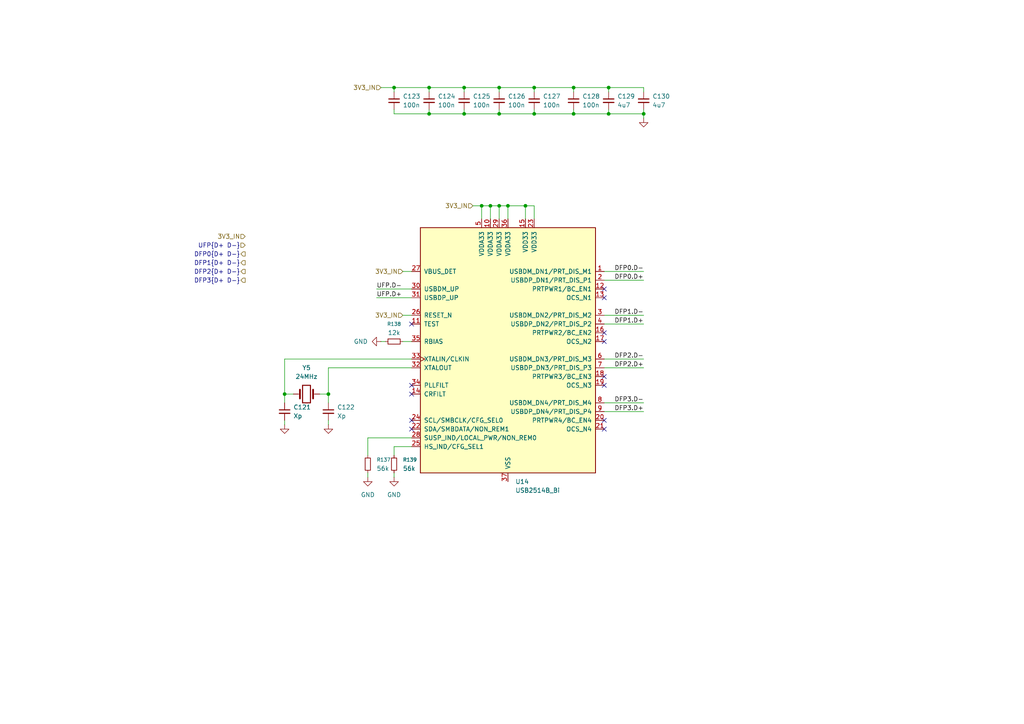
<source format=kicad_sch>
(kicad_sch (version 20250114) (generator "eeschema") (generator_version "9.0")
  (paper "A4")
  (lib_symbols
    (symbol "Device:C_Small" (pin_numbers (hide yes)) (pin_names (offset 0.254) (hide yes))
      (property "Reference" "C" (at 0.254 1.778 0))
      (property "Value" "C_Small" (at 0.254 -2.032 0))
      (symbol "C_Small_0_1"
        (polyline (pts (xy -1.524 0.508) (xy 1.524 0.508)) (stroke (width 0.3048)))
        (polyline (pts (xy -1.524 -0.508) (xy 1.524 -0.508)) (stroke (width 0.3302)))
      )
      (symbol "C_Small_1_1"
        (pin passive line (at 0 2.54 270) (length 2.032) (name "~") (number "1"))
        (pin passive line (at 0 -2.54 90) (length 2.032) (name "~") (number "2"))
      )
    )
    (symbol "Device:Crystal" (pin_numbers (hide yes)) (pin_names (offset 1.016) (hide yes))
      (property "Reference" "Y" (at 0 3.81 0))
      (property "Value" "Crystal" (at 0 -3.81 0))
      (symbol "Crystal_0_1"
        (polyline (pts (xy -2.54 0) (xy -1.905 0)))
        (polyline (pts (xy -1.905 -1.27) (xy -1.905 1.27)) (stroke (width 0.508)))
        (rectangle (start -1.143 2.54) (end 1.143 -2.54) (stroke (width 0.3048)))
        (polyline (pts (xy 1.905 -1.27) (xy 1.905 1.27)) (stroke (width 0.508)))
        (polyline (pts (xy 2.54 0) (xy 1.905 0)))
      )
      (symbol "Crystal_1_1"
        (pin passive line (at -3.81 0 0) (length 1.27) (name "1") (number "1"))
        (pin passive line (at 3.81 0 180) (length 1.27) (name "2") (number "2"))
      )
    )
    (symbol "Device:R_Small" (pin_numbers (hide yes)) (pin_names (offset 0.254) (hide yes))
      (property "Reference" "R" (at 0 0 90))
      (property "Value" "R_Small" (at 1.778 0 90))
      (symbol "R_Small_0_1"
        (rectangle (start -0.762 1.778) (end 0.762 -1.778) (stroke (width 0.2032)))
      )
      (symbol "R_Small_1_1"
        (pin passive line (at 0 2.54 270) (length 0.762) (name "~") (number "1"))
        (pin passive line (at 0 -2.54 90) (length 0.762) (name "~") (number "2"))
      )
    )
    (symbol "Interface_USB:USB2514B_Bi" (pin_names (offset 1.016))
      (property "Reference" "U" (at -17.78 40.64 0))
      (property "Value" "USB2514B_Bi" (at -20.32 38.1 0))
      (symbol "USB2514B_Bi_0_1"
        (rectangle (start -25.4 35.56) (end 25.4 -35.56) (stroke (width 0.254)) (fill (type background)))
      )
      (symbol "USB2514B_Bi_1_1"
        (pin input line (at -27.94 22.86 0) (length 2.54) (name "VBUS_DET") (number "27"))
        (pin bidirectional line (at -27.94 17.78 0) (length 2.54) (name "USBDM_UP") (number "30"))
        (pin bidirectional line (at -27.94 15.24 0) (length 2.54) (name "USBDP_UP") (number "31"))
        (pin input line (at -27.94 10.16 0) (length 2.54) (name "RESET_N") (number "26"))
        (pin input line (at -27.94 7.62 0) (length 2.54) (name "TEST") (number "11"))
        (pin input line (at -27.94 2.54 0) (length 2.54) (name "RBIAS") (number "35"))
        (pin input clock (at -27.94 -2.54 0) (length 2.54) (name "XTALIN/CLKIN") (number "33"))
        (pin output line (at -27.94 -5.08 0) (length 2.54) (name "XTALOUT") (number "32"))
        (pin input line (at -27.94 -10.16 0) (length 2.54) (name "PLLFILT") (number "34"))
        (pin input line (at -27.94 -12.7 0) (length 2.54) (name "CRFILT") (number "14"))
        (pin bidirectional line (at -27.94 -20.32 0) (length 2.54) (name "SCL/SMBCLK/CFG_SEL0") (number "24"))
        (pin bidirectional line (at -27.94 -22.86 0) (length 2.54) (name "SDA/SMBDATA/NON_REM1") (number "22"))
        (pin bidirectional line (at -27.94 -25.4 0) (length 2.54) (name "SUSP_IND/LOCAL_PWR/NON_REM0") (number "28"))
        (pin bidirectional line (at -27.94 -27.94 0) (length 2.54) (name "HS_IND/CFG_SEL1") (number "25"))
        (pin power_in line (at -7.62 38.1 270) (length 2.54) (name "VDDA33") (number "5"))
        (pin power_in line (at -5.08 38.1 270) (length 2.54) (name "VDDA33") (number "10"))
        (pin power_in line (at -2.54 38.1 270) (length 2.54) (name "VDDA33") (number "29"))
        (pin power_in line (at 0 38.1 270) (length 2.54) (name "VDDA33") (number "36"))
        (pin power_in line (at 0 -38.1 90) (length 2.54) (name "VSS") (number "37"))
        (pin power_in line (at 5.08 38.1 270) (length 2.54) (name "VDD33") (number "15"))
        (pin power_in line (at 7.62 38.1 270) (length 2.54) (name "VDD33") (number "23"))
        (pin bidirectional line (at 27.94 22.86 180) (length 2.54) (name "USBDM_DN1/PRT_DIS_M1") (number "1"))
        (pin bidirectional line (at 27.94 20.32 180) (length 2.54) (name "USBDP_DN1/PRT_DIS_P1") (number "2"))
        (pin bidirectional line (at 27.94 17.78 180) (length 2.54) (name "PRTPWR1/BC_EN1") (number "12"))
        (pin input line (at 27.94 15.24 180) (length 2.54) (name "OCS_N1") (number "13"))
        (pin bidirectional line (at 27.94 10.16 180) (length 2.54) (name "USBDM_DN2/PRT_DIS_M2") (number "3"))
        (pin bidirectional line (at 27.94 7.62 180) (length 2.54) (name "USBDP_DN2/PRT_DIS_P2") (number "4"))
        (pin bidirectional line (at 27.94 5.08 180) (length 2.54) (name "PRTPWR2/BC_EN2") (number "16"))
        (pin input line (at 27.94 2.54 180) (length 2.54) (name "OCS_N2") (number "17"))
        (pin bidirectional line (at 27.94 -2.54 180) (length 2.54) (name "USBDM_DN3/PRT_DIS_M3") (number "6"))
        (pin bidirectional line (at 27.94 -5.08 180) (length 2.54) (name "USBDP_DN3/PRT_DIS_P3") (number "7"))
        (pin bidirectional line (at 27.94 -7.62 180) (length 2.54) (name "PRTPWR3/BC_EN3") (number "18"))
        (pin input line (at 27.94 -10.16 180) (length 2.54) (name "OCS_N3") (number "19"))
        (pin bidirectional line (at 27.94 -15.24 180) (length 2.54) (name "USBDM_DN4/PRT_DIS_M4") (number "8"))
        (pin bidirectional line (at 27.94 -17.78 180) (length 2.54) (name "USBDP_DN4/PRT_DIS_P4") (number "9"))
        (pin bidirectional line (at 27.94 -20.32 180) (length 2.54) (name "PRTPWR4/BC_EN4") (number "20"))
        (pin input line (at 27.94 -22.86 180) (length 2.54) (name "OCS_N4") (number "21"))
      )
    )
    (symbol "power:GND" (power) (pin_numbers (hide yes)) (pin_names (offset 0) (hide yes))
      (property "Value" "GND" (at 0 -3.81 0))
      (symbol "GND_0_1"
        (polyline (pts (xy 0 0) (xy 0 -1.27) (xy 1.27 -1.27) (xy 0 -2.54) (xy -1.27 -1.27) (xy 0 -1.27)))
      )
      (symbol "GND_1_1"
        (pin power_in line (at 0 0 270) (length 0) (name "~") (number "1"))
      )
    )
  )
  (junction (at 144.78 59.69))
  (junction (at 95.25 114.3))
  (junction (at 166.37 33.02))
  (junction (at 142.24 59.69))
  (junction (at 176.53 33.02))
  (junction (at 166.37 25.4))
  (junction (at 186.69 33.02))
  (junction (at 124.46 25.4))
  (junction (at 114.3 25.4))
  (junction (at 139.7 59.69))
  (junction (at 144.78 33.02))
  (junction (at 152.4 59.69))
  (junction (at 176.53 25.4))
  (junction (at 144.78 25.4))
  (junction (at 154.94 33.02))
  (junction (at 134.62 25.4))
  (junction (at 147.32 59.69))
  (junction (at 134.62 33.02))
  (junction (at 154.94 25.4))
  (junction (at 82.55 114.3))
  (junction (at 124.46 33.02))
  (no_connect (at 175.26 109.22))
  (no_connect (at 119.38 124.46))
  (no_connect (at 175.26 83.82))
  (no_connect (at 175.26 124.46))
  (no_connect (at 175.26 99.06))
  (no_connect (at 175.26 86.36))
  (no_connect (at 175.26 96.52))
  (no_connect (at 119.38 93.98))
  (no_connect (at 119.38 111.76))
  (no_connect (at 119.38 121.92))
  (no_connect (at 119.38 114.3))
  (no_connect (at 175.26 121.92))
  (no_connect (at 175.26 111.76))
  (wire (pts (xy 144.78 25.4) (xy 154.94 25.4)))
  (wire (pts (xy 166.37 31.75) (xy 166.37 33.02)))
  (wire (pts (xy 114.3 26.67) (xy 114.3 25.4)))
  (wire (pts (xy 109.22 86.36) (xy 119.38 86.36)))
  (wire (pts (xy 142.24 59.69) (xy 142.24 63.5)))
  (wire (pts (xy 116.84 91.44) (xy 119.38 91.44)))
  (wire (pts (xy 111.76 99.06) (xy 110.49 99.06)))
  (wire (pts (xy 116.84 78.74) (xy 119.38 78.74)))
  (wire (pts (xy 114.3 25.4) (xy 124.46 25.4)))
  (wire (pts (xy 186.69 91.44) (xy 175.26 91.44)))
  (wire (pts (xy 82.55 114.3) (xy 85.09 114.3)))
  (wire (pts (xy 124.46 33.02) (xy 134.62 33.02)))
  (wire (pts (xy 144.78 33.02) (xy 154.94 33.02)))
  (wire (pts (xy 106.68 137.16) (xy 106.68 138.43)))
  (wire (pts (xy 186.69 104.14) (xy 175.26 104.14)))
  (wire (pts (xy 147.32 59.69) (xy 147.32 63.5)))
  (wire (pts (xy 95.25 106.68) (xy 95.25 114.3)))
  (wire (pts (xy 186.69 93.98) (xy 175.26 93.98)))
  (wire (pts (xy 144.78 59.69) (xy 144.78 63.5)))
  (wire (pts (xy 134.62 26.67) (xy 134.62 25.4)))
  (wire (pts (xy 95.25 116.84) (xy 95.25 114.3)))
  (wire (pts (xy 142.24 59.69) (xy 139.7 59.69)))
  (wire (pts (xy 186.69 116.84) (xy 175.26 116.84)))
  (wire (pts (xy 119.38 129.54) (xy 114.3 129.54)))
  (wire (pts (xy 114.3 33.02) (xy 124.46 33.02)))
  (wire (pts (xy 114.3 137.16) (xy 114.3 138.43)))
  (wire (pts (xy 186.69 106.68) (xy 175.26 106.68)))
  (wire (pts (xy 137.16 59.69) (xy 139.7 59.69)))
  (wire (pts (xy 124.46 31.75) (xy 124.46 33.02)))
  (wire (pts (xy 124.46 26.67) (xy 124.46 25.4)))
  (wire (pts (xy 186.69 119.38) (xy 175.26 119.38)))
  (wire (pts (xy 154.94 26.67) (xy 154.94 25.4)))
  (wire (pts (xy 106.68 127) (xy 119.38 127)))
  (wire (pts (xy 139.7 59.69) (xy 139.7 63.5)))
  (wire (pts (xy 110.49 25.4) (xy 114.3 25.4)))
  (wire (pts (xy 166.37 33.02) (xy 176.53 33.02)))
  (wire (pts (xy 147.32 59.69) (xy 152.4 59.69)))
  (wire (pts (xy 152.4 59.69) (xy 154.94 59.69)))
  (wire (pts (xy 152.4 63.5) (xy 152.4 59.69)))
  (wire (pts (xy 186.69 33.02) (xy 186.69 34.29)))
  (wire (pts (xy 106.68 132.08) (xy 106.68 127)))
  (wire (pts (xy 134.62 31.75) (xy 134.62 33.02)))
  (wire (pts (xy 114.3 31.75) (xy 114.3 33.02)))
  (wire (pts (xy 82.55 104.14) (xy 82.55 114.3)))
  (wire (pts (xy 134.62 33.02) (xy 144.78 33.02)))
  (wire (pts (xy 95.25 121.92) (xy 95.25 123.19)))
  (wire (pts (xy 124.46 25.4) (xy 134.62 25.4)))
  (wire (pts (xy 154.94 33.02) (xy 166.37 33.02)))
  (wire (pts (xy 92.71 114.3) (xy 95.25 114.3)))
  (wire (pts (xy 186.69 26.67) (xy 186.69 25.4)))
  (wire (pts (xy 154.94 63.5) (xy 154.94 59.69)))
  (wire (pts (xy 186.69 81.28) (xy 175.26 81.28)))
  (wire (pts (xy 144.78 26.67) (xy 144.78 25.4)))
  (wire (pts (xy 144.78 59.69) (xy 142.24 59.69)))
  (wire (pts (xy 176.53 25.4) (xy 166.37 25.4)))
  (wire (pts (xy 176.53 25.4) (xy 186.69 25.4)))
  (wire (pts (xy 144.78 31.75) (xy 144.78 33.02)))
  (wire (pts (xy 114.3 129.54) (xy 114.3 132.08)))
  (wire (pts (xy 119.38 106.68) (xy 95.25 106.68)))
  (wire (pts (xy 154.94 25.4) (xy 166.37 25.4)))
  (wire (pts (xy 134.62 25.4) (xy 144.78 25.4)))
  (wire (pts (xy 186.69 33.02) (xy 176.53 33.02)))
  (wire (pts (xy 176.53 26.67) (xy 176.53 25.4)))
  (wire (pts (xy 116.84 99.06) (xy 119.38 99.06)))
  (wire (pts (xy 176.53 31.75) (xy 176.53 33.02)))
  (wire (pts (xy 186.69 78.74) (xy 175.26 78.74)))
  (wire (pts (xy 166.37 26.67) (xy 166.37 25.4)))
  (wire (pts (xy 154.94 31.75) (xy 154.94 33.02)))
  (wire (pts (xy 82.55 121.92) (xy 82.55 123.19)))
  (wire (pts (xy 82.55 114.3) (xy 82.55 116.84)))
  (wire (pts (xy 186.69 31.75) (xy 186.69 33.02)))
  (wire (pts (xy 109.22 83.82) (xy 119.38 83.82)))
  (wire (pts (xy 147.32 59.69) (xy 144.78 59.69)))
  (wire (pts (xy 119.38 104.14) (xy 82.55 104.14)))
  (label "DFP3.D+" (at 186.69 119.38 180))
  (label "UFP.D-" (at 109.22 83.82 0))
  (label "DFP0.D+" (at 186.69 81.28 180))
  (label "DFP1.D-" (at 186.69 91.44 180))
  (label "DFP2.D+" (at 186.69 106.68 180))
  (label "DFP3.D-" (at 186.69 116.84 180))
  (label "DFP0.D-" (at 186.69 78.74 180))
  (label "UFP.D+" (at 109.22 86.36 0))
  (label "DFP2.D-" (at 186.69 104.14 180))
  (label "DFP1.D+" (at 186.69 93.98 180))
  (hierarchical_label "3V3_IN" (shape input) (at 116.84 78.74 180))
  (hierarchical_label "3V3_IN" (shape input) (at 137.16 59.69 180))
  (hierarchical_label "3V3_IN" (shape input) (at 116.84 91.44 180))
  (hierarchical_label "DFP2{D+ D-}" (shape output) (at 71.12 78.74 180))
  (hierarchical_label "3V3_IN" (shape input) (at 110.49 25.4 180))
  (hierarchical_label "DFP3{D+ D-}" (shape output) (at 71.12 81.28 180))
  (hierarchical_label "3V3_IN" (shape input) (at 71.12 68.58 180))
  (hierarchical_label "DFP0{D+ D-}" (shape output) (at 71.12 73.66 180))
  (hierarchical_label "UFP{D+ D-}" (shape input) (at 71.12 71.12 180))
  (hierarchical_label "DFP1{D+ D-}" (shape output) (at 71.12 76.2 180))
  (symbol (lib_id "power:GND") (at 82.55 123.19 0) (unit 1)
    (property "Reference" "#PWR0221" (effects (hide yes)))
    (property "Value" "GND" (effects (hide yes)))
    (property "Description" "Power symbol creates a global label with name \"GND\" , ground" (effects (hide yes)))
  )
  (symbol (lib_id "power:GND") (at 106.68 138.43 0) (unit 1)
    (property "Reference" "#PWR0223" (effects (hide yes)))
    (property "Value" "GND" (at 106.68 143.51 0))
    (property "Description" "Power symbol creates a global label with name \"GND\" , ground" (effects (hide yes)))
  )
  (symbol (lib_id "Device:C_Small") (at 154.94 29.21 0) (unit 1)
    (property "Reference" "C127" (at 157.48 27.9462 0) (effects (justify left)))
    (property "Value" "100n" (at 157.48 30.4862 0) (effects (justify left)))
    (property "Footprint" "Capacitor_SMD:C_0402_1005Metric" (effects (hide yes)))
    (property "Description" "Unpolarized capacitor, small symbol" (effects (hide yes)))
  )
  (symbol (lib_id "Device:C_Small") (at 144.78 29.21 0) (unit 1)
    (property "Reference" "C126" (at 147.32 27.9462 0) (effects (justify left)))
    (property "Value" "100n" (at 147.32 30.4862 0) (effects (justify left)))
    (property "Footprint" "Capacitor_SMD:C_0402_1005Metric" (effects (hide yes)))
    (property "Description" "Unpolarized capacitor, small symbol" (effects (hide yes)))
  )
  (symbol (lib_id "Device:C_Small") (at 95.25 119.38 0) (unit 1)
    (property "Reference" "C122" (at 97.79 118.1162 0) (effects (justify left)))
    (property "Value" "Xp" (at 97.79 120.6562 0) (effects (justify left)))
    (property "Footprint" "Capacitor_SMD:C_0402_1005Metric" (effects (hide yes)))
    (property "Description" "Unpolarized capacitor, small symbol" (effects (hide yes)))
  )
  (symbol (lib_id "Device:Crystal") (at 88.9 114.3 0) (unit 1)
    (property "Reference" "Y5" (at 88.9 106.68 0))
    (property "Value" "24MHz" (at 88.9 109.22 0))
    (property "Footprint" "Crystal:Crystal_SMD_5032-2Pin_5.0x3.2mm" (effects (hide yes)))
    (property "Description" "Two pin crystal" (effects (hide yes)))
  )
  (symbol (lib_id "Device:C_Small") (at 124.46 29.21 0) (unit 1)
    (property "Reference" "C124" (at 127 27.9462 0) (effects (justify left)))
    (property "Value" "100n" (at 127 30.4862 0) (effects (justify left)))
    (property "Footprint" "Capacitor_SMD:C_0402_1005Metric" (effects (hide yes)))
    (property "Description" "Unpolarized capacitor, small symbol" (effects (hide yes)))
  )
  (symbol (lib_id "power:GND") (at 186.69 34.29 0) (unit 1)
    (property "Reference" "#PWR0226" (effects (hide yes)))
    (property "Value" "GND" (effects (hide yes)))
    (property "Description" "Power symbol creates a global label with name \"GND\" , ground" (effects (hide yes)))
  )
  (symbol (lib_id "Device:C_Small") (at 82.55 119.38 0) (unit 1)
    (property "Reference" "C121" (at 85.09 118.1162 0) (effects (justify left)))
    (property "Value" "Xp" (at 85.09 120.6562 0) (effects (justify left)))
    (property "Footprint" "Capacitor_SMD:C_0402_1005Metric" (effects (hide yes)))
    (property "Description" "Unpolarized capacitor, small symbol" (effects (hide yes)))
  )
  (symbol (lib_id "Device:C_Small") (at 134.62 29.21 0) (unit 1)
    (property "Reference" "C125" (at 137.16 27.9462 0) (effects (justify left)))
    (property "Value" "100n" (at 137.16 30.4862 0) (effects (justify left)))
    (property "Footprint" "Capacitor_SMD:C_0402_1005Metric" (effects (hide yes)))
    (property "Description" "Unpolarized capacitor, small symbol" (effects (hide yes)))
  )
  (symbol (lib_id "power:GND") (at 114.3 138.43 0) (unit 1)
    (property "Reference" "#PWR0225" (effects (hide yes)))
    (property "Value" "GND" (at 114.3 143.51 0))
    (property "Description" "Power symbol creates a global label with name \"GND\" , ground" (effects (hide yes)))
  )
  (symbol (lib_id "Device:R_Small") (at 114.3 99.06 90) (unit 1)
    (property "Reference" "R138" (at 114.3 93.98 90) (effects (font (size 1.016 1.016))))
    (property "Value" "12k" (at 114.3 96.52 90))
    (property "Footprint" "Resistor_SMD:R_0402_1005Metric" (effects (hide yes)))
    (property "Description" "Resistor, small symbol" (effects (hide yes)))
  )
  (symbol (lib_id "Interface_USB:USB2514B_Bi") (at 147.32 101.6 0) (unit 1)
    (property "Reference" "U14" (at 149.4633 139.7 0) (effects (justify left)))
    (property "Value" "USB2514B_Bi" (at 149.4633 142.24 0) (effects (justify left)))
    (property "Footprint" "Package_DFN_QFN:QFN-36-1EP_6x6mm_P0.5mm_EP3.7x3.7mm" (effects (hide yes)))
    (property "Datasheet" "http://ww1.microchip.com/downloads/en/DeviceDoc/00001692C.pdf" (effects (hide yes)))
    (property "Description" "USB 2.0 Hi-Speed Hub Controller" (effects (hide yes)))
  )
  (symbol (lib_id "Device:C_Small") (at 114.3 29.21 0) (unit 1)
    (property "Reference" "C123" (at 116.84 27.9462 0) (effects (justify left)))
    (property "Value" "100n" (at 116.84 30.4862 0) (effects (justify left)))
    (property "Footprint" "Capacitor_SMD:C_0402_1005Metric" (effects (hide yes)))
    (property "Description" "Unpolarized capacitor, small symbol" (effects (hide yes)))
  )
  (symbol (lib_id "Device:C_Small") (at 166.37 29.21 0) (unit 1)
    (property "Reference" "C128" (at 168.91 27.9462 0) (effects (justify left)))
    (property "Value" "100n" (at 168.91 30.4862 0) (effects (justify left)))
    (property "Footprint" "Capacitor_SMD:C_0402_1005Metric" (effects (hide yes)))
    (property "Description" "Unpolarized capacitor, small symbol" (effects (hide yes)))
  )
  (symbol (lib_id "power:GND") (at 95.25 123.19 0) (unit 1)
    (property "Reference" "#PWR0222" (effects (hide yes)))
    (property "Value" "GND" (effects (hide yes)))
    (property "Description" "Power symbol creates a global label with name \"GND\" , ground" (effects (hide yes)))
  )
  (symbol (lib_id "Device:R_Small") (at 114.3 134.62 180) (unit 1)
    (property "Reference" "R139" (at 116.84 133.3499 0) (effects (font (size 1.016 1.016)) (justify right)))
    (property "Value" "56k" (at 116.84 135.8899 0) (effects (justify right)))
    (property "Footprint" "Resistor_SMD:R_0402_1005Metric" (effects (hide yes)))
    (property "Description" "Resistor, small symbol" (effects (hide yes)))
  )
  (symbol (lib_id "Device:C_Small") (at 186.69 29.21 0) (unit 1)
    (property "Reference" "C130" (at 189.23 27.9462 0) (effects (justify left)))
    (property "Value" "4u7" (at 189.23 30.4862 0) (effects (justify left)))
    (property "Footprint" "Capacitor_SMD:C_0402_1005Metric" (effects (hide yes)))
    (property "Description" "Unpolarized capacitor, small symbol" (effects (hide yes)))
  )
  (symbol (lib_id "power:GND") (at 110.49 99.06 270) (unit 1)
    (property "Reference" "#PWR0224" (effects (hide yes)))
    (property "Value" "GND" (at 106.68 99.0599 90) (effects (justify right)))
    (property "Description" "Power symbol creates a global label with name \"GND\" , ground" (effects (hide yes)))
  )
  (symbol (lib_id "Device:R_Small") (at 106.68 134.62 180) (unit 1)
    (property "Reference" "R137" (at 109.22 133.3499 0) (effects (font (size 1.016 1.016)) (justify right)))
    (property "Value" "56k" (at 109.22 135.8899 0) (effects (justify right)))
    (property "Footprint" "Resistor_SMD:R_0402_1005Metric" (effects (hide yes)))
    (property "Description" "Resistor, small symbol" (effects (hide yes)))
  )
  (symbol (lib_id "Device:C_Small") (at 176.53 29.21 0) (unit 1)
    (property "Reference" "C129" (at 179.07 27.9462 0) (effects (justify left)))
    (property "Value" "4u7" (at 179.07 30.4862 0) (effects (justify left)))
    (property "Footprint" "Capacitor_SMD:C_0402_1005Metric" (effects (hide yes)))
    (property "Description" "Unpolarized capacitor, small symbol" (effects (hide yes)))
  )
)
</source>
